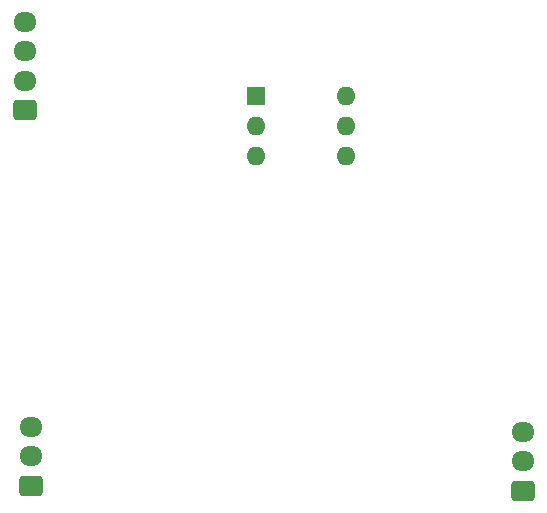
<source format=gbr>
%TF.GenerationSoftware,KiCad,Pcbnew,6.0.11+dfsg-1*%
%TF.CreationDate,2024-01-30T14:39:02+01:00*%
%TF.ProjectId,Langstone-Soundcard,4c616e67-7374-46f6-9e65-2d536f756e64,rev?*%
%TF.SameCoordinates,Original*%
%TF.FileFunction,Soldermask,Bot*%
%TF.FilePolarity,Negative*%
%FSLAX46Y46*%
G04 Gerber Fmt 4.6, Leading zero omitted, Abs format (unit mm)*
G04 Created by KiCad (PCBNEW 6.0.11+dfsg-1) date 2024-01-30 14:39:02*
%MOMM*%
%LPD*%
G01*
G04 APERTURE LIST*
G04 Aperture macros list*
%AMRoundRect*
0 Rectangle with rounded corners*
0 $1 Rounding radius*
0 $2 $3 $4 $5 $6 $7 $8 $9 X,Y pos of 4 corners*
0 Add a 4 corners polygon primitive as box body*
4,1,4,$2,$3,$4,$5,$6,$7,$8,$9,$2,$3,0*
0 Add four circle primitives for the rounded corners*
1,1,$1+$1,$2,$3*
1,1,$1+$1,$4,$5*
1,1,$1+$1,$6,$7*
1,1,$1+$1,$8,$9*
0 Add four rect primitives between the rounded corners*
20,1,$1+$1,$2,$3,$4,$5,0*
20,1,$1+$1,$4,$5,$6,$7,0*
20,1,$1+$1,$6,$7,$8,$9,0*
20,1,$1+$1,$8,$9,$2,$3,0*%
G04 Aperture macros list end*
%ADD10RoundRect,0.250000X0.725000X-0.600000X0.725000X0.600000X-0.725000X0.600000X-0.725000X-0.600000X0*%
%ADD11O,1.950000X1.700000*%
%ADD12R,1.600000X1.600000*%
%ADD13O,1.600000X1.600000*%
G04 APERTURE END LIST*
D10*
%TO.C,J1*%
X105225000Y-106165000D03*
D11*
X105225000Y-103665000D03*
X105225000Y-101165000D03*
%TD*%
D10*
%TO.C,J3*%
X146907500Y-106565000D03*
D11*
X146907500Y-104065000D03*
X146907500Y-101565000D03*
%TD*%
D10*
%TO.C,J2*%
X104700000Y-74355000D03*
D11*
X104700000Y-71855000D03*
X104700000Y-69355000D03*
X104700000Y-66855000D03*
%TD*%
D12*
%TO.C,SW1*%
X124317500Y-73160000D03*
D13*
X124317500Y-75700000D03*
X124317500Y-78240000D03*
X131937500Y-78240000D03*
X131937500Y-75700000D03*
X131937500Y-73160000D03*
%TD*%
M02*

</source>
